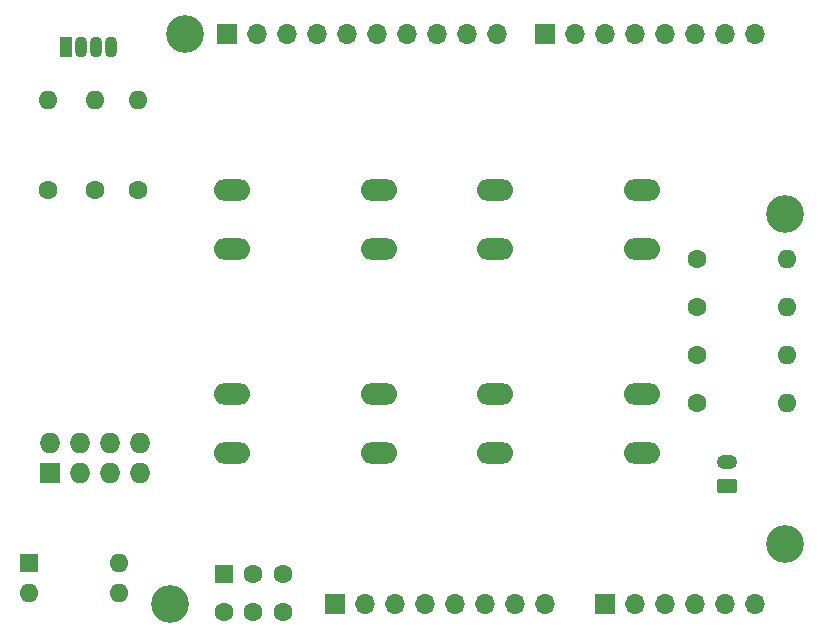
<source format=gbs>
%TF.GenerationSoftware,KiCad,Pcbnew,(6.0.10-0)*%
%TF.CreationDate,2023-01-28T21:33:07-05:00*%
%TF.ProjectId,AWB-0412_HeroShield,4157422d-3034-4313-925f-4865726f5368,rev?*%
%TF.SameCoordinates,Original*%
%TF.FileFunction,Soldermask,Bot*%
%TF.FilePolarity,Negative*%
%FSLAX46Y46*%
G04 Gerber Fmt 4.6, Leading zero omitted, Abs format (unit mm)*
G04 Created by KiCad (PCBNEW (6.0.10-0)) date 2023-01-28 21:33:07*
%MOMM*%
%LPD*%
G01*
G04 APERTURE LIST*
G04 Aperture macros list*
%AMRoundRect*
0 Rectangle with rounded corners*
0 $1 Rounding radius*
0 $2 $3 $4 $5 $6 $7 $8 $9 X,Y pos of 4 corners*
0 Add a 4 corners polygon primitive as box body*
4,1,4,$2,$3,$4,$5,$6,$7,$8,$9,$2,$3,0*
0 Add four circle primitives for the rounded corners*
1,1,$1+$1,$2,$3*
1,1,$1+$1,$4,$5*
1,1,$1+$1,$6,$7*
1,1,$1+$1,$8,$9*
0 Add four rect primitives between the rounded corners*
20,1,$1+$1,$2,$3,$4,$5,0*
20,1,$1+$1,$4,$5,$6,$7,0*
20,1,$1+$1,$6,$7,$8,$9,0*
20,1,$1+$1,$8,$9,$2,$3,0*%
G04 Aperture macros list end*
%ADD10RoundRect,0.250000X0.625000X-0.350000X0.625000X0.350000X-0.625000X0.350000X-0.625000X-0.350000X0*%
%ADD11O,1.750000X1.200000*%
%ADD12O,3.048000X1.850000*%
%ADD13C,1.600000*%
%ADD14O,1.600000X1.600000*%
%ADD15C,3.200000*%
%ADD16R,1.600000X1.600000*%
%ADD17R,1.070000X1.800000*%
%ADD18O,1.070000X1.800000*%
%ADD19R,1.727200X1.727200*%
%ADD20O,1.727200X1.727200*%
%ADD21R,1.700000X1.700000*%
%ADD22O,1.700000X1.700000*%
G04 APERTURE END LIST*
D10*
%TO.C,PWR*%
X161100000Y-87450000D03*
D11*
X161100000Y-85450000D03*
%TD*%
D12*
%TO.C,Btn1*%
X119160000Y-62420000D03*
X131660000Y-62420000D03*
X119160000Y-67420000D03*
X131660000Y-67420000D03*
%TD*%
D13*
%TO.C,220ohm*%
X107570000Y-62450000D03*
D14*
X107570000Y-54830000D03*
%TD*%
D13*
%TO.C,220ohm*%
X103570000Y-62450000D03*
D14*
X103570000Y-54830000D03*
%TD*%
D12*
%TO.C,Btn3*%
X131660000Y-79720000D03*
X119160000Y-79720000D03*
X119160000Y-84720000D03*
X131660000Y-84720000D03*
%TD*%
D15*
%TO.C,MH1*%
X115240000Y-49200000D03*
%TD*%
D16*
%TO.C,PrgmMode | RST*%
X102000000Y-94000000D03*
D14*
X102000000Y-96540000D03*
X109620000Y-96540000D03*
X109620000Y-94000000D03*
%TD*%
D13*
%TO.C,10ohm*%
X158590000Y-80450000D03*
D14*
X166210000Y-80450000D03*
%TD*%
D13*
%TO.C,Hero Passthrough*%
X123500000Y-98120000D03*
X121000000Y-98120000D03*
X118500000Y-98120000D03*
X123500000Y-94920000D03*
X121000000Y-94920000D03*
D16*
X118500000Y-94920000D03*
%TD*%
D13*
%TO.C,220ohm*%
X111190000Y-62450000D03*
D14*
X111190000Y-54830000D03*
%TD*%
D12*
%TO.C,Btn2*%
X141420000Y-62420000D03*
X153920000Y-62420000D03*
X153920000Y-67420000D03*
X141420000Y-67420000D03*
%TD*%
%TO.C,Btn4*%
X153920000Y-79720000D03*
X141420000Y-79720000D03*
X153920000Y-84720000D03*
X141420000Y-84720000D03*
%TD*%
D15*
%TO.C,MH2*%
X113970000Y-97460000D03*
%TD*%
D13*
%TO.C,10ohm*%
X158590000Y-68300000D03*
D14*
X166210000Y-68300000D03*
%TD*%
D17*
%TO.C,LED*%
X105110900Y-50280000D03*
D18*
X106380900Y-50280000D03*
X107650900Y-50280000D03*
X108920900Y-50280000D03*
%TD*%
D15*
%TO.C,MH3*%
X166040000Y-64440000D03*
%TD*%
%TO.C,MH4*%
X166040000Y-92380000D03*
%TD*%
D13*
%TO.C,10ohm*%
X158590000Y-72350000D03*
D14*
X166210000Y-72350000D03*
%TD*%
D19*
%TO.C,ESP8266 ESP-01*%
X103810000Y-86411000D03*
D20*
X103810000Y-83871000D03*
X106350000Y-86411000D03*
X106350000Y-83871000D03*
X108890000Y-86411000D03*
X108890000Y-83871000D03*
X111430000Y-86411000D03*
X111430000Y-83871000D03*
%TD*%
D13*
%TO.C,10ohm*%
X158590000Y-76400000D03*
D14*
X166210000Y-76400000D03*
%TD*%
D21*
%TO.C,J1*%
X127940000Y-97460000D03*
D22*
X130480000Y-97460000D03*
X133020000Y-97460000D03*
X135560000Y-97460000D03*
X138100000Y-97460000D03*
X140640000Y-97460000D03*
X143180000Y-97460000D03*
X145720000Y-97460000D03*
%TD*%
D21*
%TO.C,J3*%
X150800000Y-97460000D03*
D22*
X153340000Y-97460000D03*
X155880000Y-97460000D03*
X158420000Y-97460000D03*
X160960000Y-97460000D03*
X163500000Y-97460000D03*
%TD*%
D21*
%TO.C,J2*%
X118796000Y-49200000D03*
D22*
X121336000Y-49200000D03*
X123876000Y-49200000D03*
X126416000Y-49200000D03*
X128956000Y-49200000D03*
X131496000Y-49200000D03*
X134036000Y-49200000D03*
X136576000Y-49200000D03*
X139116000Y-49200000D03*
X141656000Y-49200000D03*
%TD*%
D21*
%TO.C,J4*%
X145720000Y-49200000D03*
D22*
X148260000Y-49200000D03*
X150800000Y-49200000D03*
X153340000Y-49200000D03*
X155880000Y-49200000D03*
X158420000Y-49200000D03*
X160960000Y-49200000D03*
X163500000Y-49200000D03*
%TD*%
M02*

</source>
